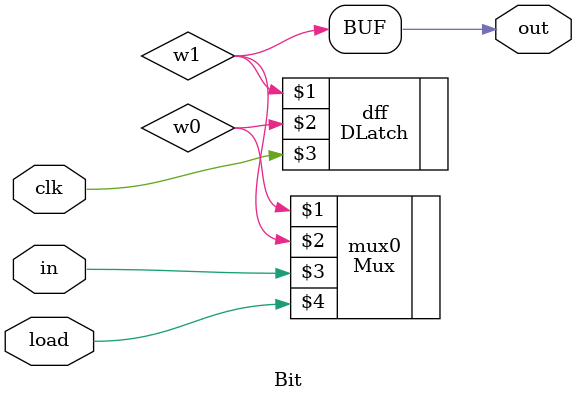
<source format=v>
/* módulo Bit */

`ifndef _Bit_
`define _Bit_

`include "Mux.v"
`include "DLatch.v"

module Bit(out, in, load, clk);
    input in, load, clk;
    output out;
    wire w0, w1;

    Mux mux0(w0, w1, in, load);
    DLatch dff(w1, w0, clk);

    assign out = w1;


    // Descrição de conexões internas do módulo

endmodule

`endif
</source>
